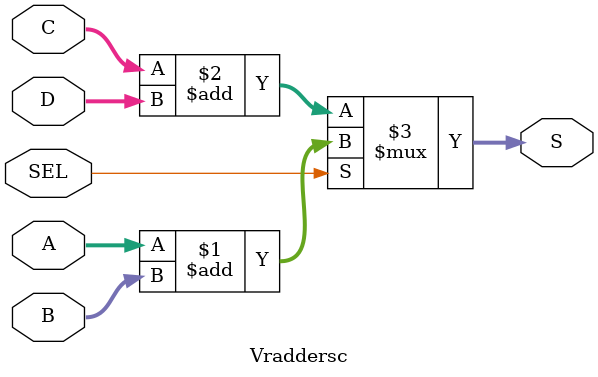
<source format=v>
module Vraddersc(SEL, A, B, C, D, S);
  input SEL;
  input [7:0] A, B, C, D;
  output [7:0] S;

  assign S = (SEL) ? A + B : C + D;
endmodule
</source>
